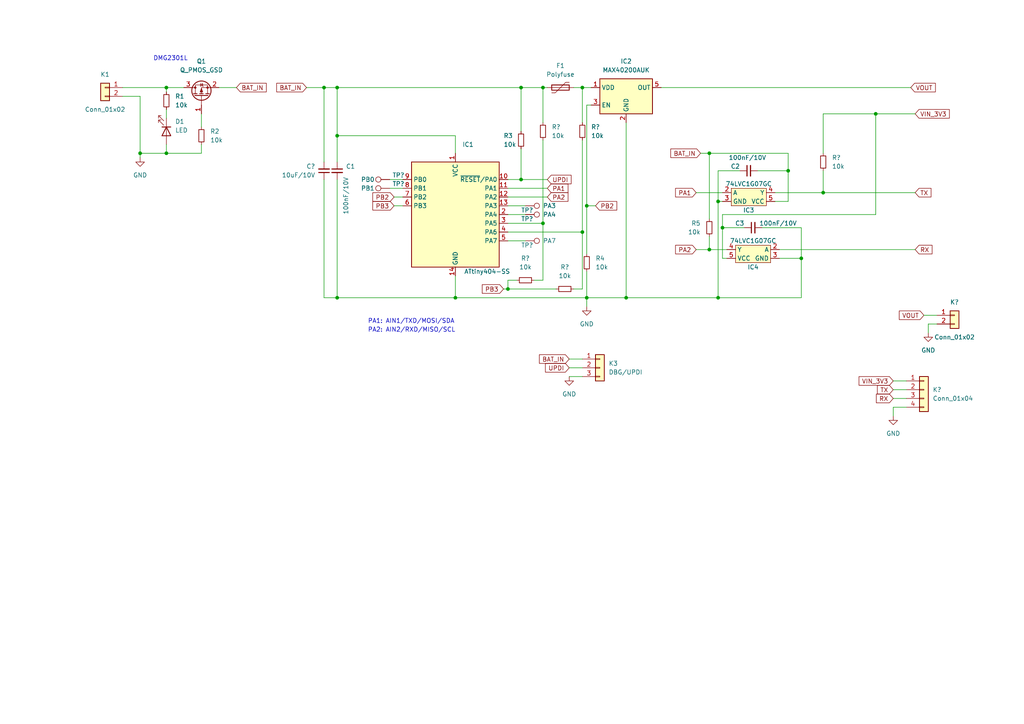
<source format=kicad_sch>
(kicad_sch (version 20211123) (generator eeschema)
  (paper "A4")
  (lib_symbols
    (symbol "74xx01Gxx:74LVC1G07GC"
      (property "Reference" "IC" (at 0 0 0))
      (property "Value" "74LVC1G07GC" (at 0 2.54 0))
      (symbol "74LVC1G07GC_0_1"
        (rectangle (start -5.08 -5.08) (end 5.08 -10.16) (fill (type background)))
      )
      (symbol "74LVC1G07GC_1_1"
        (pin input line (at 0 -5.08 90) (length 2.54) hide (name "n.c.") (number "1"))
        (pin input line (at -7.62 -6.35 0) (length 2.54) (name "A") (number "2"))
        (pin input line (at -7.62 -8.89 0) (length 2.54) (name "GND") (number "3"))
        (pin input line (at 7.62 -6.35 180) (length 2.54) (name "Y") (number "4"))
        (pin input line (at 7.62 -8.89 180) (length 2.54) (name "VCC") (number "5"))
      )
    )
    (symbol "Analog_Switch:MAX40200AUK"
      (property "Reference" "U" (at -6.35 6.35 0))
      (property "Value" "MAX40200AUK" (at 7.62 6.35 0))
      (symbol "MAX40200AUK_1_1"
        (rectangle (start -7.62 -5.08) (end 7.62 5.08) (stroke (width 0.254)) (fill (type background)))
        (pin power_in line (at -10.16 2.54 0) (length 2.54) (name "VDD") (number "1"))
        (pin power_in line (at 0 -7.62 90) (length 2.54) (name "GND") (number "2"))
        (pin input line (at -10.16 -2.54 0) (length 2.54) (name "EN") (number "3"))
        (pin no_connect line (at 7.62 -2.54 180) (length 2.54) hide (name "NC") (number "4"))
        (pin passive line (at 10.16 2.54 180) (length 2.54) (name "OUT") (number "5"))
      )
    )
    (symbol "Connector:TestPoint" (pin_numbers hide) (pin_names (offset 0.762) hide)
      (property "Reference" "TP" (at 0 6.858 0))
      (property "Value" "TestPoint" (at 0 5.08 0))
      (symbol "TestPoint_0_1"
        (circle (center 0 3.302) (radius 0.762))
      )
      (symbol "TestPoint_1_1"
        (pin passive line (at 0 0 90) (length 2.54) (name "1") (number "1"))
      )
    )
    (symbol "Connector_Generic:Conn_01x02" (pin_names (offset 1.016) hide)
      (property "Reference" "J" (at 0 2.54 0))
      (property "Value" "Conn_01x02" (at 0 -5.08 0))
      (symbol "Conn_01x02_1_1"
        (rectangle (start -1.27 -2.413) (end 0 -2.667) (stroke (width 0.1524)))
        (rectangle (start -1.27 0.127) (end 0 -0.127) (stroke (width 0.1524)))
        (rectangle (start -1.27 1.27) (end 1.27 -3.81) (stroke (width 0.254)) (fill (type background)))
        (pin passive line (at -5.08 0 0) (length 3.81) (name "Pin_1") (number "1"))
        (pin passive line (at -5.08 -2.54 0) (length 3.81) (name "Pin_2") (number "2"))
      )
    )
    (symbol "Connector_Generic:Conn_01x03" (pin_names (offset 1.016) hide)
      (property "Reference" "J" (at 0 5.08 0))
      (property "Value" "Conn_01x03" (at 0 -5.08 0))
      (symbol "Conn_01x03_1_1"
        (rectangle (start -1.27 -2.413) (end 0 -2.667) (stroke (width 0.1524)))
        (rectangle (start -1.27 0.127) (end 0 -0.127) (stroke (width 0.1524)))
        (rectangle (start -1.27 2.667) (end 0 2.413) (stroke (width 0.1524)))
        (rectangle (start -1.27 3.81) (end 1.27 -3.81) (stroke (width 0.254)) (fill (type background)))
        (pin passive line (at -5.08 2.54 0) (length 3.81) (name "Pin_1") (number "1"))
        (pin passive line (at -5.08 0 0) (length 3.81) (name "Pin_2") (number "2"))
        (pin passive line (at -5.08 -2.54 0) (length 3.81) (name "Pin_3") (number "3"))
      )
    )
    (symbol "Connector_Generic:Conn_01x04" (pin_names (offset 1.016) hide)
      (property "Reference" "J" (at 0 5.08 0))
      (property "Value" "Conn_01x04" (at 0 -7.62 0))
      (symbol "Conn_01x04_1_1"
        (rectangle (start -1.27 -4.953) (end 0 -5.207) (stroke (width 0.1524)))
        (rectangle (start -1.27 -2.413) (end 0 -2.667) (stroke (width 0.1524)))
        (rectangle (start -1.27 0.127) (end 0 -0.127) (stroke (width 0.1524)))
        (rectangle (start -1.27 2.667) (end 0 2.413) (stroke (width 0.1524)))
        (rectangle (start -1.27 3.81) (end 1.27 -6.35) (stroke (width 0.254)) (fill (type background)))
        (pin passive line (at -5.08 2.54 0) (length 3.81) (name "Pin_1") (number "1"))
        (pin passive line (at -5.08 0 0) (length 3.81) (name "Pin_2") (number "2"))
        (pin passive line (at -5.08 -2.54 0) (length 3.81) (name "Pin_3") (number "3"))
        (pin passive line (at -5.08 -5.08 0) (length 3.81) (name "Pin_4") (number "4"))
      )
    )
    (symbol "Device:C_Small" (pin_numbers hide) (pin_names (offset 0.254) hide)
      (property "Reference" "C" (at 0.254 1.778 0))
      (property "Value" "C_Small" (at 0.254 -2.032 0))
      (symbol "C_Small_0_1"
        (polyline (pts (xy -1.524 -0.508) (xy 1.524 -0.508)) (stroke (width 0.3302)))
        (polyline (pts (xy -1.524 0.508) (xy 1.524 0.508)) (stroke (width 0.3048)))
      )
      (symbol "C_Small_1_1"
        (pin passive line (at 0 2.54 270) (length 2.032) (name "~") (number "1"))
        (pin passive line (at 0 -2.54 90) (length 2.032) (name "~") (number "2"))
      )
    )
    (symbol "Device:LED" (pin_numbers hide) (pin_names (offset 1.016) hide)
      (property "Reference" "D" (at 0 2.54 0))
      (property "Value" "LED" (at 0 -2.54 0))
      (symbol "LED_0_1"
        (polyline (pts (xy -1.27 -1.27) (xy -1.27 1.27)) (stroke (width 0.254)))
        (polyline (pts (xy -1.27 0) (xy 1.27 0)))
        (polyline (pts (xy 1.27 -1.27) (xy 1.27 1.27) (xy -1.27 0) (xy 1.27 -1.27)) (stroke (width 0.254)))
        (polyline (pts (xy -3.048 -0.762) (xy -4.572 -2.286) (xy -3.81 -2.286) (xy -4.572 -2.286) (xy -4.572 -1.524)))
        (polyline (pts (xy -1.778 -0.762) (xy -3.302 -2.286) (xy -2.54 -2.286) (xy -3.302 -2.286) (xy -3.302 -1.524)))
      )
      (symbol "LED_1_1"
        (pin passive line (at -3.81 0 0) (length 2.54) (name "K") (number "1"))
        (pin passive line (at 3.81 0 180) (length 2.54) (name "A") (number "2"))
      )
    )
    (symbol "Device:Polyfuse" (pin_numbers hide) (pin_names (offset 0))
      (property "Reference" "F" (at -2.54 0 90))
      (property "Value" "Polyfuse" (at 2.54 0 90))
      (symbol "Polyfuse_0_1"
        (rectangle (start -0.762 2.54) (end 0.762 -2.54) (stroke (width 0.254)))
        (polyline (pts (xy 0 2.54) (xy 0 -2.54)))
        (polyline (pts (xy -1.524 2.54) (xy -1.524 1.524) (xy 1.524 -1.524) (xy 1.524 -2.54)))
      )
      (symbol "Polyfuse_1_1"
        (pin passive line (at 0 3.81 270) (length 1.27) (name "~") (number "1"))
        (pin passive line (at 0 -3.81 90) (length 1.27) (name "~") (number "2"))
      )
    )
    (symbol "Device:Q_PMOS_GSD" (pin_names (offset 0) hide)
      (property "Reference" "Q" (at 5.08 1.27 0))
      (property "Value" "Q_PMOS_GSD" (at 5.08 -1.27 0))
      (symbol "Q_PMOS_GSD_0_1"
        (polyline (pts (xy 0.254 0) (xy -2.54 0)))
        (polyline (pts (xy 0.254 1.905) (xy 0.254 -1.905)) (stroke (width 0.254)))
        (polyline (pts (xy 0.762 -1.27) (xy 0.762 -2.286)) (stroke (width 0.254)))
        (polyline (pts (xy 0.762 0.508) (xy 0.762 -0.508)) (stroke (width 0.254)))
        (polyline (pts (xy 0.762 2.286) (xy 0.762 1.27)) (stroke (width 0.254)))
        (polyline (pts (xy 2.54 2.54) (xy 2.54 1.778)))
        (polyline (pts (xy 2.54 -2.54) (xy 2.54 0) (xy 0.762 0)))
        (polyline (pts (xy 0.762 1.778) (xy 3.302 1.778) (xy 3.302 -1.778) (xy 0.762 -1.778)))
        (polyline (pts (xy 2.286 0) (xy 1.27 0.381) (xy 1.27 -0.381) (xy 2.286 0)) (fill (type outline)))
        (polyline (pts (xy 2.794 -0.508) (xy 2.921 -0.381) (xy 3.683 -0.381) (xy 3.81 -0.254)))
        (polyline (pts (xy 3.302 -0.381) (xy 2.921 0.254) (xy 3.683 0.254) (xy 3.302 -0.381)))
        (circle (center 1.651 0) (radius 2.794) (stroke (width 0.254)))
        (circle (center 2.54 -1.778) (radius 0.254) (fill (type outline)))
        (circle (center 2.54 1.778) (radius 0.254) (fill (type outline)))
      )
      (symbol "Q_PMOS_GSD_1_1"
        (pin input line (at -5.08 0 0) (length 2.54) (name "G") (number "1"))
        (pin passive line (at 2.54 -5.08 90) (length 2.54) (name "S") (number "2"))
        (pin passive line (at 2.54 5.08 270) (length 2.54) (name "D") (number "3"))
      )
    )
    (symbol "Device:R_Small" (pin_numbers hide) (pin_names (offset 0.254) hide)
      (property "Reference" "R" (at 0.762 0.508 0))
      (property "Value" "R_Small" (at 0.762 -1.016 0))
      (symbol "R_Small_0_1"
        (rectangle (start -0.762 1.778) (end 0.762 -1.778) (stroke (width 0.2032)))
      )
      (symbol "R_Small_1_1"
        (pin passive line (at 0 2.54 270) (length 0.762) (name "~") (number "1"))
        (pin passive line (at 0 -2.54 90) (length 0.762) (name "~") (number "2"))
      )
    )
    (symbol "MCU_Microchip_ATtiny:ATtiny404-SS"
      (property "Reference" "U" (at -12.7 16.51 0))
      (property "Value" "ATtiny404-SS" (at 2.54 -16.51 0))
      (symbol "ATtiny404-SS_0_1"
        (rectangle (start -12.7 -15.24) (end 12.7 15.24) (stroke (width 0.254)) (fill (type background)))
      )
      (symbol "ATtiny404-SS_1_1"
        (pin power_in line (at 0 17.78 270) (length 2.54) (name "VCC") (number "1"))
        (pin bidirectional line (at 15.24 10.16 180) (length 2.54) (name "~{RESET}/PA0") (number "10"))
        (pin bidirectional line (at 15.24 7.62 180) (length 2.54) (name "PA1") (number "11"))
        (pin bidirectional line (at 15.24 5.08 180) (length 2.54) (name "PA2") (number "12"))
        (pin bidirectional line (at 15.24 2.54 180) (length 2.54) (name "PA3") (number "13"))
        (pin power_in line (at 0 -17.78 90) (length 2.54) (name "GND") (number "14"))
        (pin bidirectional line (at 15.24 0 180) (length 2.54) (name "PA4") (number "2"))
        (pin bidirectional line (at 15.24 -2.54 180) (length 2.54) (name "PA5") (number "3"))
        (pin bidirectional line (at 15.24 -5.08 180) (length 2.54) (name "PA6") (number "4"))
        (pin bidirectional line (at 15.24 -7.62 180) (length 2.54) (name "PA7") (number "5"))
        (pin bidirectional line (at -15.24 2.54 0) (length 2.54) (name "PB3") (number "6"))
        (pin bidirectional line (at -15.24 5.08 0) (length 2.54) (name "PB2") (number "7"))
        (pin bidirectional line (at -15.24 7.62 0) (length 2.54) (name "PB1") (number "8"))
        (pin bidirectional line (at -15.24 10.16 0) (length 2.54) (name "PB0") (number "9"))
      )
    )
    (symbol "power:GND" (power) (pin_names (offset 0))
      (property "Value" "GND" (at 0 -3.81 0))
      (symbol "GND_0_1"
        (polyline (pts (xy 0 0) (xy 0 -1.27) (xy 1.27 -1.27) (xy 0 -2.54) (xy -1.27 -1.27) (xy 0 -1.27)))
      )
      (symbol "GND_1_1"
        (pin power_in line (at 0 0 270) (length 0) hide (name "GND") (number "1"))
      )
    )
  )
  (junction (at 208.28 58.42))
  (junction (at 209.55 66.04))
  (junction (at 168.91 67.31))
  (junction (at 48.26 44.45))
  (junction (at 157.48 64.77))
  (junction (at 232.41 74.93))
  (junction (at 170.18 86.36))
  (junction (at 208.28 86.36))
  (junction (at 48.26 25.4))
  (junction (at 151.13 25.4))
  (junction (at 168.91 25.4))
  (junction (at 151.13 52.07))
  (junction (at 254 33.02))
  (junction (at 205.74 72.39))
  (junction (at 97.79 39.37))
  (junction (at 157.48 25.4))
  (junction (at 40.64 44.45))
  (junction (at 147.32 83.82))
  (junction (at 181.61 86.36))
  (junction (at 228.6 49.53))
  (junction (at 97.79 86.36))
  (junction (at 132.08 86.36))
  (junction (at 205.74 44.45))
  (junction (at 97.79 25.4))
  (junction (at 93.98 25.4))
  (junction (at 238.76 55.88))
  (junction (at 170.18 59.69))
  (wire (pts (xy 210.82 74.93) (xy 209.55 74.93)))
  (wire (pts (xy 35.56 25.4) (xy 48.26 25.4)))
  (wire (pts (xy 168.91 67.31) (xy 168.91 83.82)))
  (wire (pts (xy 113.03 52.07) (xy 116.84 52.07)))
  (wire (pts (xy 168.91 40.64) (xy 168.91 67.31)))
  (wire (pts (xy 157.48 64.77) (xy 147.32 64.77)))
  (wire (pts (xy 63.5 25.4) (xy 68.58 25.4)))
  (wire (pts (xy 170.18 78.74) (xy 170.18 86.36)))
  (wire (pts (xy 168.91 25.4) (xy 168.91 35.56)))
  (wire (pts (xy 238.76 55.88) (xy 238.76 49.53)))
  (wire (pts (xy 97.79 86.36) (xy 132.08 86.36)))
  (wire (pts (xy 147.32 83.82) (xy 161.29 83.82)))
  (wire (pts (xy 208.28 86.36) (xy 181.61 86.36)))
  (wire (pts (xy 166.37 25.4) (xy 168.91 25.4)))
  (wire (pts (xy 171.45 30.48) (xy 170.18 30.48)))
  (wire (pts (xy 58.42 33.02) (xy 58.42 36.83)))
  (wire (pts (xy 170.18 88.9) (xy 170.18 86.36)))
  (wire (pts (xy 170.18 30.48) (xy 170.18 59.69)))
  (wire (pts (xy 93.98 52.07) (xy 93.98 86.36)))
  (wire (pts (xy 238.76 33.02) (xy 238.76 44.45)))
  (wire (pts (xy 254 62.23) (xy 209.55 62.23)))
  (wire (pts (xy 93.98 25.4) (xy 97.79 25.4)))
  (wire (pts (xy 48.26 41.91) (xy 48.26 44.45)))
  (wire (pts (xy 208.28 58.42) (xy 208.28 86.36)))
  (wire (pts (xy 48.26 31.75) (xy 48.26 34.29)))
  (wire (pts (xy 259.08 113.03) (xy 262.89 113.03)))
  (wire (pts (xy 259.08 118.11) (xy 259.08 120.65)))
  (wire (pts (xy 58.42 44.45) (xy 48.26 44.45)))
  (wire (pts (xy 151.13 25.4) (xy 151.13 38.1)))
  (wire (pts (xy 259.08 118.11) (xy 262.89 118.11)))
  (wire (pts (xy 132.08 44.45) (xy 132.08 39.37)))
  (wire (pts (xy 168.91 25.4) (xy 171.45 25.4)))
  (wire (pts (xy 209.55 58.42) (xy 208.28 58.42)))
  (wire (pts (xy 151.13 52.07) (xy 151.13 43.18)))
  (wire (pts (xy 226.06 72.39) (xy 265.43 72.39)))
  (wire (pts (xy 226.06 74.93) (xy 232.41 74.93)))
  (wire (pts (xy 97.79 39.37) (xy 132.08 39.37)))
  (wire (pts (xy 267.97 91.44) (xy 271.78 91.44)))
  (wire (pts (xy 224.79 55.88) (xy 238.76 55.88)))
  (wire (pts (xy 170.18 59.69) (xy 170.18 73.66)))
  (wire (pts (xy 97.79 52.07) (xy 97.79 86.36)))
  (wire (pts (xy 97.79 39.37) (xy 97.79 46.99)))
  (wire (pts (xy 219.71 49.53) (xy 228.6 49.53)))
  (wire (pts (xy 254 33.02) (xy 238.76 33.02)))
  (wire (pts (xy 157.48 25.4) (xy 157.48 35.56)))
  (wire (pts (xy 265.43 33.02) (xy 254 33.02)))
  (wire (pts (xy 97.79 25.4) (xy 151.13 25.4)))
  (wire (pts (xy 149.86 81.28) (xy 147.32 81.28)))
  (wire (pts (xy 165.1 104.14) (xy 168.91 104.14)))
  (wire (pts (xy 165.1 106.68) (xy 168.91 106.68)))
  (wire (pts (xy 214.63 49.53) (xy 208.28 49.53)))
  (wire (pts (xy 168.91 83.82) (xy 166.37 83.82)))
  (wire (pts (xy 93.98 46.99) (xy 93.98 25.4)))
  (wire (pts (xy 205.74 68.58) (xy 205.74 72.39)))
  (wire (pts (xy 48.26 25.4) (xy 53.34 25.4)))
  (wire (pts (xy 58.42 41.91) (xy 58.42 44.45)))
  (wire (pts (xy 205.74 44.45) (xy 205.74 63.5)))
  (wire (pts (xy 165.1 109.22) (xy 168.91 109.22)))
  (wire (pts (xy 132.08 86.36) (xy 170.18 86.36)))
  (wire (pts (xy 147.32 54.61) (xy 158.75 54.61)))
  (wire (pts (xy 40.64 27.94) (xy 40.64 44.45)))
  (wire (pts (xy 147.32 57.15) (xy 158.75 57.15)))
  (wire (pts (xy 271.78 93.98) (xy 269.24 93.98)))
  (wire (pts (xy 220.98 66.04) (xy 232.41 66.04)))
  (wire (pts (xy 269.24 93.98) (xy 269.24 96.52)))
  (wire (pts (xy 147.32 81.28) (xy 147.32 83.82)))
  (wire (pts (xy 157.48 25.4) (xy 158.75 25.4)))
  (wire (pts (xy 113.03 54.61) (xy 116.84 54.61)))
  (wire (pts (xy 97.79 25.4) (xy 97.79 39.37)))
  (wire (pts (xy 157.48 81.28) (xy 154.94 81.28)))
  (wire (pts (xy 157.48 40.64) (xy 157.48 64.77)))
  (wire (pts (xy 205.74 44.45) (xy 228.6 44.45)))
  (wire (pts (xy 232.41 66.04) (xy 232.41 74.93)))
  (wire (pts (xy 238.76 55.88) (xy 265.43 55.88)))
  (wire (pts (xy 40.64 44.45) (xy 40.64 45.72)))
  (wire (pts (xy 48.26 25.4) (xy 48.26 26.67)))
  (wire (pts (xy 228.6 58.42) (xy 224.79 58.42)))
  (wire (pts (xy 88.9 25.4) (xy 93.98 25.4)))
  (wire (pts (xy 201.93 55.88) (xy 209.55 55.88)))
  (wire (pts (xy 203.2 44.45) (xy 205.74 44.45)))
  (wire (pts (xy 232.41 86.36) (xy 232.41 74.93)))
  (wire (pts (xy 201.93 72.39) (xy 205.74 72.39)))
  (wire (pts (xy 205.74 72.39) (xy 210.82 72.39)))
  (wire (pts (xy 208.28 49.53) (xy 208.28 58.42)))
  (wire (pts (xy 228.6 44.45) (xy 228.6 49.53)))
  (wire (pts (xy 151.13 25.4) (xy 157.48 25.4)))
  (wire (pts (xy 114.3 59.69) (xy 116.84 59.69)))
  (wire (pts (xy 209.55 66.04) (xy 209.55 74.93)))
  (wire (pts (xy 254 33.02) (xy 254 62.23)))
  (wire (pts (xy 147.32 59.69) (xy 152.4 59.69)))
  (wire (pts (xy 116.84 57.15) (xy 114.3 57.15)))
  (wire (pts (xy 259.08 110.49) (xy 262.89 110.49)))
  (wire (pts (xy 209.55 62.23) (xy 209.55 66.04)))
  (wire (pts (xy 147.32 62.23) (xy 152.4 62.23)))
  (wire (pts (xy 147.32 67.31) (xy 168.91 67.31)))
  (wire (pts (xy 170.18 86.36) (xy 181.61 86.36)))
  (wire (pts (xy 132.08 80.01) (xy 132.08 86.36)))
  (wire (pts (xy 48.26 44.45) (xy 40.64 44.45)))
  (wire (pts (xy 147.32 69.85) (xy 152.4 69.85)))
  (wire (pts (xy 151.13 52.07) (xy 158.75 52.07)))
  (wire (pts (xy 146.05 83.82) (xy 147.32 83.82)))
  (wire (pts (xy 35.56 27.94) (xy 40.64 27.94)))
  (wire (pts (xy 191.77 25.4) (xy 264.16 25.4)))
  (wire (pts (xy 208.28 86.36) (xy 232.41 86.36)))
  (wire (pts (xy 157.48 64.77) (xy 157.48 81.28)))
  (wire (pts (xy 259.08 115.57) (xy 262.89 115.57)))
  (wire (pts (xy 93.98 86.36) (xy 97.79 86.36)))
  (wire (pts (xy 209.55 66.04) (xy 215.9 66.04)))
  (wire (pts (xy 181.61 35.56) (xy 181.61 86.36)))
  (wire (pts (xy 228.6 49.53) (xy 228.6 58.42)))
  (wire (pts (xy 147.32 52.07) (xy 151.13 52.07)))
  (wire (pts (xy 170.18 59.69) (xy 172.72 59.69)))
  (text "PA2: AIN2/RXD/MISO/SCL" (at 106.68 96.52 0) (effects (font (size 1.27 1.27)) (justify left bottom)))
  (text "DMG2301L" (at 44.45 17.78 0) (effects (font (size 1.27 1.27)) (justify left bottom)))
  (text "PA1: AIN1/TXD/MOSI/SDA" (at 106.68 93.98 0) (effects (font (size 1.27 1.27)) (justify left bottom)))
  (global_label "VIN_3V3" (shape input) (at 259.08 110.49 180) (property "Intersheet References" "${INTERSHEET_REFS}" (effects hide)))
  (global_label "PB3" (shape input) (at 146.05 83.82 180) (property "Intersheet References" "${INTERSHEET_REFS}" (effects hide)))
  (global_label "BAT_IN" (shape input) (at 88.9 25.4 180) (property "Intersheet References" "${INTERSHEET_REFS}" (effects hide)))
  (global_label "PA2" (shape input) (at 201.93 72.39 180) (property "Intersheet References" "${INTERSHEET_REFS}" (effects hide)))
  (global_label "BAT_IN" (shape input) (at 203.2 44.45 180) (property "Intersheet References" "${INTERSHEET_REFS}" (effects hide)))
  (global_label "TX" (shape input) (at 259.08 113.03 180) (property "Intersheet References" "${INTERSHEET_REFS}" (effects hide)))
  (global_label "PA2" (shape input) (at 158.75 57.15 0) (property "Intersheet References" "${INTERSHEET_REFS}" (effects hide)))
  (global_label "PA1" (shape input) (at 201.93 55.88 180) (property "Intersheet References" "${INTERSHEET_REFS}" (effects hide)))
  (global_label "RX" (shape input) (at 259.08 115.57 180) (property "Intersheet References" "${INTERSHEET_REFS}" (effects hide)))
  (global_label "UPDI" (shape input) (at 165.1 106.68 180) (property "Intersheet References" "${INTERSHEET_REFS}" (effects hide)))
  (global_label "VOUT" (shape input) (at 267.97 91.44 180) (property "Intersheet References" "${INTERSHEET_REFS}" (effects hide)))
  (global_label "BAT_IN" (shape input) (at 68.58 25.4 0) (property "Intersheet References" "${INTERSHEET_REFS}" (effects hide)))
  (global_label "PB2" (shape input) (at 172.72 59.69 0) (property "Intersheet References" "${INTERSHEET_REFS}" (effects hide)))
  (global_label "TX" (shape input) (at 265.43 55.88 0) (property "Intersheet References" "${INTERSHEET_REFS}" (effects hide)))
  (global_label "RX" (shape input) (at 265.43 72.39 0) (property "Intersheet References" "${INTERSHEET_REFS}" (effects hide)))
  (global_label "UPDI" (shape input) (at 158.75 52.07 0) (property "Intersheet References" "${INTERSHEET_REFS}" (effects hide)))
  (global_label "PB2" (shape input) (at 114.3 57.15 180) (property "Intersheet References" "${INTERSHEET_REFS}" (effects hide)))
  (global_label "PA1" (shape input) (at 158.75 54.61 0) (property "Intersheet References" "${INTERSHEET_REFS}" (effects hide)))
  (global_label "BAT_IN" (shape input) (at 165.1 104.14 180) (property "Intersheet References" "${INTERSHEET_REFS}" (effects hide)))
  (global_label "VOUT" (shape input) (at 264.16 25.4 0) (property "Intersheet References" "${INTERSHEET_REFS}" (effects hide)))
  (global_label "PB3" (shape input) (at 114.3 59.69 180) (property "Intersheet References" "${INTERSHEET_REFS}" (effects hide)))
  (global_label "VIN_3V3" (shape input) (at 265.43 33.02 0) (property "Intersheet References" "${INTERSHEET_REFS}" (effects hide)))
  (symbol (lib_id "Device:R_Small") (at 163.83 83.82 90) (unit 1)
    (property "Reference" "R?" (at 163.83 77.47 90))
    (property "Value" "10k" (at 163.83 80.01 90))
    (property "Footprint" "Resistor_SMD:R_0805_2012Metric_Pad1.20x1.40mm_HandSolder" (effects hide))
  )
  (symbol (lib_id "power:GND") (at 165.1 109.22 0) (unit 1)
    (property "Reference" "#PWR0104" (effects hide))
    (property "Value" "GND" (at 165.1 114.3 0))
  )
  (symbol (lib_id "Device:Polyfuse") (at 162.56 25.4 90) (unit 1)
    (property "Reference" "F1" (at 162.56 19.05 90))
    (property "Value" "Polyfuse" (at 162.56 21.59 90))
    (property "Footprint" "Fuse:Fuse_1812_4532Metric_Pad1.30x3.40mm_HandSolder" (effects hide))
  )
  (symbol (lib_id "Device:C_Small") (at 97.79 49.53 0) (unit 1)
    (property "Reference" "C1" (at 100.33 48.2662 0) (effects (justify left)))
    (property "Value" "100nF/10V" (at 100.33 62.23 90) (effects (justify left)))
    (property "Footprint" "Capacitor_SMD:C_0805_2012Metric_Pad1.18x1.45mm_HandSolder" (effects hide))
  )
  (symbol (lib_id "Connector:TestPoint") (at 152.4 62.23 270) (unit 1)
    (property "Reference" "TP?" (at 151.13 63.5 90) (effects (justify left)))
    (property "Value" "PA4" (at 157.48 62.23 90) (effects (justify left)))
  )
  (symbol (lib_id "power:GND") (at 259.08 120.65 0) (unit 1)
    (property "Reference" "#PWR?" (effects hide))
    (property "Value" "GND" (at 259.08 125.73 0))
  )
  (symbol (lib_id "Device:R_Small") (at 152.4 81.28 90) (unit 1)
    (property "Reference" "R?" (at 152.4 74.93 90))
    (property "Value" "10k" (at 152.4 77.47 90))
    (property "Footprint" "Resistor_SMD:R_0805_2012Metric_Pad1.20x1.40mm_HandSolder" (effects hide))
  )
  (symbol (lib_id "power:GND") (at 269.24 96.52 0) (unit 1)
    (property "Reference" "#PWR0103" (effects hide))
    (property "Value" "GND" (at 269.24 101.6 0))
  )
  (symbol (lib_id "Connector_Generic:Conn_01x02") (at 30.48 25.4 0) (mirror y) (unit 1)
    (property "Reference" "K1" (at 30.48 21.59 0))
    (property "Value" "Conn_01x02" (at 30.48 31.75 0))
    (property "Footprint" "Connector_PinHeader_2.54mm:PinHeader_1x02_P2.54mm_Vertical" (effects hide))
  )
  (symbol (lib_id "Device:LED") (at 48.26 38.1 270) (unit 1)
    (property "Reference" "D1" (at 50.8 35.2424 90) (effects (justify left)))
    (property "Value" "LED" (at 50.8 37.7824 90) (effects (justify left)))
    (property "Footprint" "LED_SMD:LED_0805_2012Metric_Pad1.15x1.40mm_HandSolder" (effects hide))
  )
  (symbol (lib_id "Connector:TestPoint") (at 152.4 69.85 270) (unit 1)
    (property "Reference" "TP?" (at 151.13 71.12 90) (effects (justify left)))
    (property "Value" "PA7" (at 157.48 69.85 90) (effects (justify left)))
  )
  (symbol (lib_id "Connector_Generic:Conn_01x02") (at 276.86 91.44 0) (unit 1)
    (property "Reference" "K?" (at 276.86 87.63 0))
    (property "Value" "Conn_01x02" (at 276.86 97.79 0))
    (property "Footprint" "Connector_PinHeader_2.54mm:PinHeader_1x02_P2.54mm_Vertical" (effects hide))
  )
  (symbol (lib_id "Device:C_Small") (at 217.17 49.53 90) (unit 1)
    (property "Reference" "C2" (at 214.63 48.26 90) (effects (justify left)))
    (property "Value" "100nF/10V" (at 222.25 45.72 90) (effects (justify left)))
    (property "Footprint" "Capacitor_SMD:C_0805_2012Metric_Pad1.18x1.45mm_HandSolder" (effects hide))
  )
  (symbol (lib_id "Device:R_Small") (at 48.26 29.21 0) (unit 1)
    (property "Reference" "R1" (at 50.8 27.9399 0) (effects (justify left)))
    (property "Value" "10k" (at 50.8 30.4799 0) (effects (justify left)))
    (property "Footprint" "Resistor_SMD:R_0805_2012Metric_Pad1.20x1.40mm_HandSolder" (effects hide))
  )
  (symbol (lib_id "Device:C_Small") (at 218.44 66.04 90) (unit 1)
    (property "Reference" "C3" (at 215.9 64.77 90) (effects (justify left)))
    (property "Value" "100nF/10V" (at 231.14 64.77 90) (effects (justify left)))
    (property "Footprint" "Capacitor_SMD:C_0805_2012Metric_Pad1.18x1.45mm_HandSolder" (effects hide))
  )
  (symbol (lib_id "Connector:TestPoint") (at 113.03 54.61 90) (unit 1)
    (property "Reference" "TP?" (at 115.57 53.34 90))
    (property "Value" "PB1" (at 106.68 54.61 90))
  )
  (symbol (lib_id "74xx01Gxx:74LVC1G07GC") (at 217.17 49.53 0) (unit 1)
    (property "Reference" "IC3" (at 217.17 60.96 0))
    (property "Value" "74LVC1G07GC" (at 217.17 53.34 0))
    (property "Footprint" "SC-74A_SOT753:SC-74A" (effects hide))
  )
  (symbol (lib_id "Device:R_Small") (at 238.76 46.99 0) (unit 1)
    (property "Reference" "R?" (at 241.3 45.7199 0) (effects (justify left)))
    (property "Value" "10k" (at 241.3 48.2599 0) (effects (justify left)))
    (property "Footprint" "Resistor_SMD:R_0805_2012Metric_Pad1.20x1.40mm_HandSolder" (effects hide))
  )
  (symbol (lib_id "Device:R_Small") (at 205.74 66.04 0) (mirror x) (unit 1)
    (property "Reference" "R5" (at 203.2 64.7699 0) (effects (justify right)))
    (property "Value" "10k" (at 203.2 67.3099 0) (effects (justify right)))
    (property "Footprint" "Resistor_SMD:R_0805_2012Metric_Pad1.20x1.40mm_HandSolder" (effects hide))
  )
  (symbol (lib_id "MCU_Microchip_ATtiny:ATtiny404-SS") (at 132.08 62.23 0) (unit 1)
    (property "Reference" "IC1" (at 134.0994 41.91 0) (effects (justify left)))
    (property "Value" "ATtiny404-SS" (at 134.62 78.74 0) (effects (justify left)))
    (property "Footprint" "Package_SO:SOIC-14_3.9x8.7mm_P1.27mm" (effects hide))
    (property "Datasheet" "http://ww1.microchip.com/downloads/en/DeviceDoc/50002687A.pdf" (effects hide))
  )
  (symbol (lib_id "Device:R_Small") (at 168.91 38.1 0) (unit 1)
    (property "Reference" "R?" (at 171.45 36.8299 0) (effects (justify left)))
    (property "Value" "10k" (at 171.45 39.3699 0) (effects (justify left)))
    (property "Footprint" "Resistor_SMD:R_0805_2012Metric_Pad1.20x1.40mm_HandSolder" (effects hide))
  )
  (symbol (lib_id "power:GND") (at 170.18 88.9 0) (unit 1)
    (property "Reference" "#PWR0102" (effects hide))
    (property "Value" "GND" (at 170.18 93.98 0))
  )
  (symbol (lib_id "Analog_Switch:MAX40200AUK") (at 181.61 27.94 0) (unit 1)
    (property "Reference" "IC2" (at 181.61 17.78 0))
    (property "Value" "MAX40200AUK" (at 181.61 20.32 0))
    (property "Footprint" "Package_TO_SOT_SMD:SOT-23-5" (effects hide))
    (property "Datasheet" "https://datasheets.maximintegrated.com/en/ds/MAX40200.pdf" (effects hide))
  )
  (symbol (lib_id "Device:R_Small") (at 170.18 76.2 0) (unit 1)
    (property "Reference" "R4" (at 172.72 74.9299 0) (effects (justify left)))
    (property "Value" "10k" (at 172.72 77.4699 0) (effects (justify left)))
    (property "Footprint" "Resistor_SMD:R_0805_2012Metric_Pad1.20x1.40mm_HandSolder" (effects hide))
  )
  (symbol (lib_id "Device:C_Small") (at 93.98 49.53 0) (mirror x) (unit 1)
    (property "Reference" "C?" (at 91.44 48.2535 0) (effects (justify right)))
    (property "Value" "10uF/10V" (at 91.44 50.7935 0) (effects (justify right)))
  )
  (symbol (lib_id "Device:R_Small") (at 58.42 39.37 0) (unit 1)
    (property "Reference" "R2" (at 60.96 38.0999 0) (effects (justify left)))
    (property "Value" "10k" (at 60.96 40.6399 0) (effects (justify left)))
    (property "Footprint" "Resistor_SMD:R_0805_2012Metric_Pad1.20x1.40mm_HandSolder" (effects hide))
  )
  (symbol (lib_id "74xx01Gxx:74LVC1G07GC") (at 218.44 66.04 0) (mirror y) (unit 1)
    (property "Reference" "IC4" (at 218.44 77.47 0))
    (property "Value" "74LVC1G07GC" (at 218.44 69.85 0))
    (property "Footprint" "SC-74A_SOT753:SC-74A" (effects hide))
  )
  (symbol (lib_id "power:GND") (at 40.64 45.72 0) (unit 1)
    (property "Reference" "#PWR0101" (effects hide))
    (property "Value" "GND" (at 40.64 50.8 0))
  )
  (symbol (lib_id "Connector_Generic:Conn_01x04") (at 267.97 113.03 0) (unit 1)
    (property "Reference" "K?" (at 270.51 113.0299 0) (effects (justify left)))
    (property "Value" "Conn_01x04" (at 270.51 115.5699 0) (effects (justify left)))
  )
  (symbol (lib_id "Connector:TestPoint") (at 152.4 59.69 270) (unit 1)
    (property "Reference" "TP?" (at 151.13 60.96 90) (effects (justify left)))
    (property "Value" "PA3" (at 157.48 59.69 90) (effects (justify left)))
  )
  (symbol (lib_id "Device:R_Small") (at 157.48 38.1 0) (unit 1)
    (property "Reference" "R?" (at 160.02 36.8299 0) (effects (justify left)))
    (property "Value" "10k" (at 160.02 39.3699 0) (effects (justify left)))
    (property "Footprint" "Resistor_SMD:R_0805_2012Metric_Pad1.20x1.40mm_HandSolder" (effects hide))
  )
  (symbol (lib_id "Connector_Generic:Conn_01x03") (at 173.99 106.68 0) (unit 1)
    (property "Reference" "K3" (at 176.53 105.4099 0) (effects (justify left)))
    (property "Value" "DBG/UPDI" (at 176.53 107.95 0) (effects (justify left)))
    (property "Footprint" "Connector_PinHeader_2.54mm:PinHeader_1x03_P2.54mm_Vertical" (effects hide))
  )
  (symbol (lib_id "Device:Q_PMOS_GSD") (at 58.42 27.94 90) (unit 1)
    (property "Reference" "Q1" (at 58.42 17.78 90))
    (property "Value" "Q_PMOS_GSD" (at 58.42 20.32 90))
    (property "Footprint" "Package_TO_SOT_SMD:SOT-23" (effects hide))
  )
  (symbol (lib_id "Connector:TestPoint") (at 113.03 52.07 90) (unit 1)
    (property "Reference" "TP?" (at 115.57 50.8 90))
    (property "Value" "PB0" (at 106.68 52.07 90))
  )
  (symbol (lib_id "Device:R_Small") (at 151.13 40.64 0) (unit 1)
    (property "Reference" "R3" (at 146.05 39.37 0) (effects (justify left)))
    (property "Value" "10k" (at 146.05 41.91 0) (effects (justify left)))
    (property "Footprint" "Resistor_SMD:R_0805_2012Metric_Pad1.20x1.40mm_HandSolder" (effects hide))
  )
)
</source>
